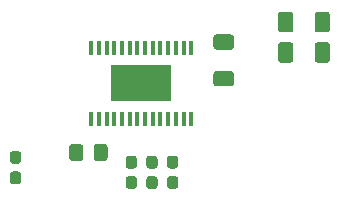
<source format=gbr>
G04 #@! TF.GenerationSoftware,KiCad,Pcbnew,(5.1.10-1-10_14)*
G04 #@! TF.CreationDate,2021-07-05T16:27:43+02:00*
G04 #@! TF.ProjectId,cablebot_camera,6361626c-6562-46f7-945f-63616d657261,1.0*
G04 #@! TF.SameCoordinates,Original*
G04 #@! TF.FileFunction,Paste,Top*
G04 #@! TF.FilePolarity,Positive*
%FSLAX46Y46*%
G04 Gerber Fmt 4.6, Leading zero omitted, Abs format (unit mm)*
G04 Created by KiCad (PCBNEW (5.1.10-1-10_14)) date 2021-07-05 16:27:43*
%MOMM*%
%LPD*%
G01*
G04 APERTURE LIST*
%ADD10R,5.199380X3.098800*%
%ADD11R,0.304800X1.239520*%
G04 APERTURE END LIST*
D10*
X154782000Y-108118000D03*
D11*
X150557980Y-105077620D03*
X151208220Y-105077620D03*
X151858460Y-105077620D03*
X152508700Y-105077620D03*
X153158940Y-105077620D03*
X153809180Y-105077620D03*
X154459420Y-105077620D03*
X155104580Y-105077620D03*
X155754820Y-105077620D03*
X156405060Y-105077620D03*
X157055300Y-105077620D03*
X157705540Y-105077620D03*
X158355780Y-105077620D03*
X159006020Y-105077620D03*
X159006020Y-111158380D03*
X158355780Y-111158380D03*
X157705540Y-111158380D03*
X157055300Y-111158380D03*
X156405060Y-111158380D03*
X155754820Y-111158380D03*
X155104580Y-111158380D03*
X154459420Y-111158380D03*
X153809180Y-111158380D03*
X153158940Y-111158380D03*
X152508700Y-111158380D03*
X151858460Y-111158380D03*
X151208220Y-111158380D03*
X150557980Y-111158380D03*
G36*
G01*
X167657000Y-102293000D02*
X167657000Y-103543000D01*
G75*
G02*
X167407000Y-103793000I-250000J0D01*
G01*
X166607000Y-103793000D01*
G75*
G02*
X166357000Y-103543000I0J250000D01*
G01*
X166357000Y-102293000D01*
G75*
G02*
X166607000Y-102043000I250000J0D01*
G01*
X167407000Y-102043000D01*
G75*
G02*
X167657000Y-102293000I0J-250000D01*
G01*
G37*
G36*
G01*
X170757000Y-102293000D02*
X170757000Y-103543000D01*
G75*
G02*
X170507000Y-103793000I-250000J0D01*
G01*
X169707000Y-103793000D01*
G75*
G02*
X169457000Y-103543000I0J250000D01*
G01*
X169457000Y-102293000D01*
G75*
G02*
X169707000Y-102043000I250000J0D01*
G01*
X170507000Y-102043000D01*
G75*
G02*
X170757000Y-102293000I0J-250000D01*
G01*
G37*
G36*
G01*
X167657000Y-104868000D02*
X167657000Y-106118000D01*
G75*
G02*
X167407000Y-106368000I-250000J0D01*
G01*
X166607000Y-106368000D01*
G75*
G02*
X166357000Y-106118000I0J250000D01*
G01*
X166357000Y-104868000D01*
G75*
G02*
X166607000Y-104618000I250000J0D01*
G01*
X167407000Y-104618000D01*
G75*
G02*
X167657000Y-104868000I0J-250000D01*
G01*
G37*
G36*
G01*
X170757000Y-104868000D02*
X170757000Y-106118000D01*
G75*
G02*
X170507000Y-106368000I-250000J0D01*
G01*
X169707000Y-106368000D01*
G75*
G02*
X169457000Y-106118000I0J250000D01*
G01*
X169457000Y-104868000D01*
G75*
G02*
X169707000Y-104618000I250000J0D01*
G01*
X170507000Y-104618000D01*
G75*
G02*
X170757000Y-104868000I0J-250000D01*
G01*
G37*
G36*
G01*
X143894500Y-115568000D02*
X144369500Y-115568000D01*
G75*
G02*
X144607000Y-115805500I0J-237500D01*
G01*
X144607000Y-116405500D01*
G75*
G02*
X144369500Y-116643000I-237500J0D01*
G01*
X143894500Y-116643000D01*
G75*
G02*
X143657000Y-116405500I0J237500D01*
G01*
X143657000Y-115805500D01*
G75*
G02*
X143894500Y-115568000I237500J0D01*
G01*
G37*
G36*
G01*
X143894500Y-113843000D02*
X144369500Y-113843000D01*
G75*
G02*
X144607000Y-114080500I0J-237500D01*
G01*
X144607000Y-114680500D01*
G75*
G02*
X144369500Y-114918000I-237500J0D01*
G01*
X143894500Y-114918000D01*
G75*
G02*
X143657000Y-114680500I0J237500D01*
G01*
X143657000Y-114080500D01*
G75*
G02*
X143894500Y-113843000I237500J0D01*
G01*
G37*
G36*
G01*
X157669500Y-115318000D02*
X157194500Y-115318000D01*
G75*
G02*
X156957000Y-115080500I0J237500D01*
G01*
X156957000Y-114480500D01*
G75*
G02*
X157194500Y-114243000I237500J0D01*
G01*
X157669500Y-114243000D01*
G75*
G02*
X157907000Y-114480500I0J-237500D01*
G01*
X157907000Y-115080500D01*
G75*
G02*
X157669500Y-115318000I-237500J0D01*
G01*
G37*
G36*
G01*
X157669500Y-117043000D02*
X157194500Y-117043000D01*
G75*
G02*
X156957000Y-116805500I0J237500D01*
G01*
X156957000Y-116205500D01*
G75*
G02*
X157194500Y-115968000I237500J0D01*
G01*
X157669500Y-115968000D01*
G75*
G02*
X157907000Y-116205500I0J-237500D01*
G01*
X157907000Y-116805500D01*
G75*
G02*
X157669500Y-117043000I-237500J0D01*
G01*
G37*
G36*
G01*
X153694500Y-115968000D02*
X154169500Y-115968000D01*
G75*
G02*
X154407000Y-116205500I0J-237500D01*
G01*
X154407000Y-116805500D01*
G75*
G02*
X154169500Y-117043000I-237500J0D01*
G01*
X153694500Y-117043000D01*
G75*
G02*
X153457000Y-116805500I0J237500D01*
G01*
X153457000Y-116205500D01*
G75*
G02*
X153694500Y-115968000I237500J0D01*
G01*
G37*
G36*
G01*
X153694500Y-114243000D02*
X154169500Y-114243000D01*
G75*
G02*
X154407000Y-114480500I0J-237500D01*
G01*
X154407000Y-115080500D01*
G75*
G02*
X154169500Y-115318000I-237500J0D01*
G01*
X153694500Y-115318000D01*
G75*
G02*
X153457000Y-115080500I0J237500D01*
G01*
X153457000Y-114480500D01*
G75*
G02*
X153694500Y-114243000I237500J0D01*
G01*
G37*
G36*
G01*
X155919500Y-115318000D02*
X155444500Y-115318000D01*
G75*
G02*
X155207000Y-115080500I0J237500D01*
G01*
X155207000Y-114480500D01*
G75*
G02*
X155444500Y-114243000I237500J0D01*
G01*
X155919500Y-114243000D01*
G75*
G02*
X156157000Y-114480500I0J-237500D01*
G01*
X156157000Y-115080500D01*
G75*
G02*
X155919500Y-115318000I-237500J0D01*
G01*
G37*
G36*
G01*
X155919500Y-117043000D02*
X155444500Y-117043000D01*
G75*
G02*
X155207000Y-116805500I0J237500D01*
G01*
X155207000Y-116205500D01*
G75*
G02*
X155444500Y-115968000I237500J0D01*
G01*
X155919500Y-115968000D01*
G75*
G02*
X156157000Y-116205500I0J-237500D01*
G01*
X156157000Y-116805500D01*
G75*
G02*
X155919500Y-117043000I-237500J0D01*
G01*
G37*
G36*
G01*
X150757000Y-114443000D02*
X150757000Y-113493000D01*
G75*
G02*
X151007000Y-113243000I250000J0D01*
G01*
X151682000Y-113243000D01*
G75*
G02*
X151932000Y-113493000I0J-250000D01*
G01*
X151932000Y-114443000D01*
G75*
G02*
X151682000Y-114693000I-250000J0D01*
G01*
X151007000Y-114693000D01*
G75*
G02*
X150757000Y-114443000I0J250000D01*
G01*
G37*
G36*
G01*
X148682000Y-114443000D02*
X148682000Y-113493000D01*
G75*
G02*
X148932000Y-113243000I250000J0D01*
G01*
X149607000Y-113243000D01*
G75*
G02*
X149857000Y-113493000I0J-250000D01*
G01*
X149857000Y-114443000D01*
G75*
G02*
X149607000Y-114693000I-250000J0D01*
G01*
X148932000Y-114693000D01*
G75*
G02*
X148682000Y-114443000I0J250000D01*
G01*
G37*
G36*
G01*
X162382000Y-105268000D02*
X161132000Y-105268000D01*
G75*
G02*
X160882000Y-105018000I0J250000D01*
G01*
X160882000Y-104218000D01*
G75*
G02*
X161132000Y-103968000I250000J0D01*
G01*
X162382000Y-103968000D01*
G75*
G02*
X162632000Y-104218000I0J-250000D01*
G01*
X162632000Y-105018000D01*
G75*
G02*
X162382000Y-105268000I-250000J0D01*
G01*
G37*
G36*
G01*
X162382000Y-108368000D02*
X161132000Y-108368000D01*
G75*
G02*
X160882000Y-108118000I0J250000D01*
G01*
X160882000Y-107318000D01*
G75*
G02*
X161132000Y-107068000I250000J0D01*
G01*
X162382000Y-107068000D01*
G75*
G02*
X162632000Y-107318000I0J-250000D01*
G01*
X162632000Y-108118000D01*
G75*
G02*
X162382000Y-108368000I-250000J0D01*
G01*
G37*
M02*

</source>
